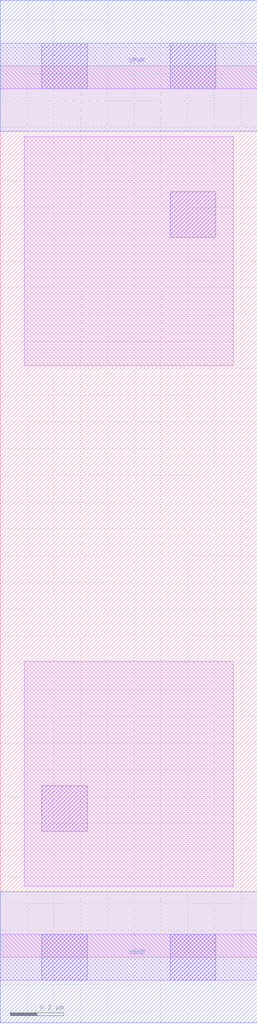
<source format=lef>
# Copyright 2020 The SkyWater PDK Authors
#
# Licensed under the Apache License, Version 2.0 (the "License");
# you may not use this file except in compliance with the License.
# You may obtain a copy of the License at
#
#     https://www.apache.org/licenses/LICENSE-2.0
#
# Unless required by applicable law or agreed to in writing, software
# distributed under the License is distributed on an "AS IS" BASIS,
# WITHOUT WARRANTIES OR CONDITIONS OF ANY KIND, either express or implied.
# See the License for the specific language governing permissions and
# limitations under the License.
#
# SPDX-License-Identifier: Apache-2.0

VERSION 5.5 ;
NAMESCASESENSITIVE ON ;
BUSBITCHARS "[]" ;
DIVIDERCHAR "/" ;
MACRO sky130_fd_sc_ls__tapmet1_2
  CLASS CORE WELLTAP ;
  SOURCE USER ;
  ORIGIN  0.000000  0.000000 ;
  SIZE  0.960000 BY  3.330000 ;
  SYMMETRY X Y ;
  SITE unit ;
  PIN VGND
    DIRECTION INOUT ;
    SHAPE ABUTMENT ;
    USE GROUND ;
    PORT
      LAYER met1 ;
        RECT 0.000000 -0.245000 0.960000 0.245000 ;
    END
  END VGND
  PIN VPWR
    DIRECTION INOUT ;
    SHAPE ABUTMENT ;
    USE POWER ;
    PORT
      LAYER met1 ;
        RECT 0.000000 3.085000 0.960000 3.575000 ;
    END
  END VPWR
  OBS
    LAYER li1 ;
      RECT 0.000000 -0.085000 0.960000 0.085000 ;
      RECT 0.000000  3.245000 0.960000 3.415000 ;
      RECT 0.090000  0.265000 0.870000 1.105000 ;
      RECT 0.090000  2.210000 0.870000 3.065000 ;
    LAYER mcon ;
      RECT 0.155000 -0.085000 0.325000 0.085000 ;
      RECT 0.155000  0.470000 0.325000 0.640000 ;
      RECT 0.155000  3.245000 0.325000 3.415000 ;
      RECT 0.635000 -0.085000 0.805000 0.085000 ;
      RECT 0.635000  2.690000 0.805000 2.860000 ;
      RECT 0.635000  3.245000 0.805000 3.415000 ;
  END
END sky130_fd_sc_ls__tapmet1_2
END LIBRARY

</source>
